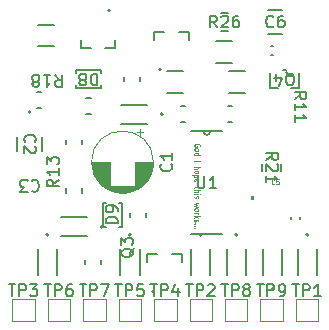
<source format=gbr>
%TF.GenerationSoftware,KiCad,Pcbnew,7.0.11+dfsg-1build4*%
%TF.CreationDate,2024-07-18T16:06:06-06:00*%
%TF.ProjectId,doordinger,646f6f72-6469-46e6-9765-722e6b696361,2*%
%TF.SameCoordinates,Original*%
%TF.FileFunction,Legend,Top*%
%TF.FilePolarity,Positive*%
%FSLAX46Y46*%
G04 Gerber Fmt 4.6, Leading zero omitted, Abs format (unit mm)*
G04 Created by KiCad (PCBNEW 7.0.11+dfsg-1build4) date 2024-07-18 16:06:06*
%MOMM*%
%LPD*%
G01*
G04 APERTURE LIST*
%ADD10C,0.100000*%
%ADD11C,0.150000*%
%ADD12C,0.098425*%
%ADD13C,0.120000*%
%ADD14C,0.127000*%
%ADD15C,0.152400*%
%ADD16C,0.200000*%
G04 APERTURE END LIST*
D10*
X230588580Y-148549550D02*
X230612390Y-148511455D01*
X230612390Y-148511455D02*
X230612390Y-148454312D01*
X230612390Y-148454312D02*
X230588580Y-148397169D01*
X230588580Y-148397169D02*
X230540961Y-148359074D01*
X230540961Y-148359074D02*
X230493342Y-148340027D01*
X230493342Y-148340027D02*
X230398104Y-148320979D01*
X230398104Y-148320979D02*
X230326676Y-148320979D01*
X230326676Y-148320979D02*
X230231438Y-148340027D01*
X230231438Y-148340027D02*
X230183819Y-148359074D01*
X230183819Y-148359074D02*
X230136200Y-148397169D01*
X230136200Y-148397169D02*
X230112390Y-148454312D01*
X230112390Y-148454312D02*
X230112390Y-148492408D01*
X230112390Y-148492408D02*
X230136200Y-148549550D01*
X230136200Y-148549550D02*
X230160009Y-148568598D01*
X230160009Y-148568598D02*
X230326676Y-148568598D01*
X230326676Y-148568598D02*
X230326676Y-148492408D01*
X230112390Y-148797169D02*
X230136200Y-148759074D01*
X230136200Y-148759074D02*
X230160009Y-148740027D01*
X230160009Y-148740027D02*
X230207628Y-148720979D01*
X230207628Y-148720979D02*
X230350485Y-148720979D01*
X230350485Y-148720979D02*
X230398104Y-148740027D01*
X230398104Y-148740027D02*
X230421914Y-148759074D01*
X230421914Y-148759074D02*
X230445723Y-148797169D01*
X230445723Y-148797169D02*
X230445723Y-148854312D01*
X230445723Y-148854312D02*
X230421914Y-148892408D01*
X230421914Y-148892408D02*
X230398104Y-148911455D01*
X230398104Y-148911455D02*
X230350485Y-148930503D01*
X230350485Y-148930503D02*
X230207628Y-148930503D01*
X230207628Y-148930503D02*
X230160009Y-148911455D01*
X230160009Y-148911455D02*
X230136200Y-148892408D01*
X230136200Y-148892408D02*
X230112390Y-148854312D01*
X230112390Y-148854312D02*
X230112390Y-148797169D01*
X230112390Y-149273360D02*
X230612390Y-149273360D01*
X230136200Y-149273360D02*
X230112390Y-149235265D01*
X230112390Y-149235265D02*
X230112390Y-149159074D01*
X230112390Y-149159074D02*
X230136200Y-149120979D01*
X230136200Y-149120979D02*
X230160009Y-149101932D01*
X230160009Y-149101932D02*
X230207628Y-149082884D01*
X230207628Y-149082884D02*
X230350485Y-149082884D01*
X230350485Y-149082884D02*
X230398104Y-149101932D01*
X230398104Y-149101932D02*
X230421914Y-149120979D01*
X230421914Y-149120979D02*
X230445723Y-149159074D01*
X230445723Y-149159074D02*
X230445723Y-149235265D01*
X230445723Y-149235265D02*
X230421914Y-149273360D01*
X230112390Y-149768599D02*
X230612390Y-149768599D01*
X230112390Y-150263837D02*
X230612390Y-150263837D01*
X230112390Y-150435265D02*
X230374295Y-150435265D01*
X230374295Y-150435265D02*
X230421914Y-150416218D01*
X230421914Y-150416218D02*
X230445723Y-150378122D01*
X230445723Y-150378122D02*
X230445723Y-150320979D01*
X230445723Y-150320979D02*
X230421914Y-150282884D01*
X230421914Y-150282884D02*
X230398104Y-150263837D01*
X230112390Y-150682884D02*
X230136200Y-150644789D01*
X230136200Y-150644789D02*
X230160009Y-150625742D01*
X230160009Y-150625742D02*
X230207628Y-150606694D01*
X230207628Y-150606694D02*
X230350485Y-150606694D01*
X230350485Y-150606694D02*
X230398104Y-150625742D01*
X230398104Y-150625742D02*
X230421914Y-150644789D01*
X230421914Y-150644789D02*
X230445723Y-150682884D01*
X230445723Y-150682884D02*
X230445723Y-150740027D01*
X230445723Y-150740027D02*
X230421914Y-150778123D01*
X230421914Y-150778123D02*
X230398104Y-150797170D01*
X230398104Y-150797170D02*
X230350485Y-150816218D01*
X230350485Y-150816218D02*
X230207628Y-150816218D01*
X230207628Y-150816218D02*
X230160009Y-150797170D01*
X230160009Y-150797170D02*
X230136200Y-150778123D01*
X230136200Y-150778123D02*
X230112390Y-150740027D01*
X230112390Y-150740027D02*
X230112390Y-150682884D01*
X230445723Y-150987647D02*
X229945723Y-150987647D01*
X230421914Y-150987647D02*
X230445723Y-151025742D01*
X230445723Y-151025742D02*
X230445723Y-151101932D01*
X230445723Y-151101932D02*
X230421914Y-151140028D01*
X230421914Y-151140028D02*
X230398104Y-151159075D01*
X230398104Y-151159075D02*
X230350485Y-151178123D01*
X230350485Y-151178123D02*
X230207628Y-151178123D01*
X230207628Y-151178123D02*
X230160009Y-151159075D01*
X230160009Y-151159075D02*
X230136200Y-151140028D01*
X230136200Y-151140028D02*
X230112390Y-151101932D01*
X230112390Y-151101932D02*
X230112390Y-151025742D01*
X230112390Y-151025742D02*
X230136200Y-150987647D01*
X230136200Y-151501933D02*
X230112390Y-151463837D01*
X230112390Y-151463837D02*
X230112390Y-151387647D01*
X230112390Y-151387647D02*
X230136200Y-151349552D01*
X230136200Y-151349552D02*
X230183819Y-151330504D01*
X230183819Y-151330504D02*
X230374295Y-151330504D01*
X230374295Y-151330504D02*
X230421914Y-151349552D01*
X230421914Y-151349552D02*
X230445723Y-151387647D01*
X230445723Y-151387647D02*
X230445723Y-151463837D01*
X230445723Y-151463837D02*
X230421914Y-151501933D01*
X230421914Y-151501933D02*
X230374295Y-151520980D01*
X230374295Y-151520980D02*
X230326676Y-151520980D01*
X230326676Y-151520980D02*
X230279057Y-151330504D01*
X230445723Y-151940028D02*
X230445723Y-152092409D01*
X230612390Y-151997171D02*
X230183819Y-151997171D01*
X230183819Y-151997171D02*
X230136200Y-152016218D01*
X230136200Y-152016218D02*
X230112390Y-152054313D01*
X230112390Y-152054313D02*
X230112390Y-152092409D01*
X230112390Y-152225742D02*
X230612390Y-152225742D01*
X230112390Y-152397170D02*
X230374295Y-152397170D01*
X230374295Y-152397170D02*
X230421914Y-152378123D01*
X230421914Y-152378123D02*
X230445723Y-152340027D01*
X230445723Y-152340027D02*
X230445723Y-152282884D01*
X230445723Y-152282884D02*
X230421914Y-152244789D01*
X230421914Y-152244789D02*
X230398104Y-152225742D01*
X230112390Y-152587647D02*
X230445723Y-152587647D01*
X230612390Y-152587647D02*
X230588580Y-152568599D01*
X230588580Y-152568599D02*
X230564771Y-152587647D01*
X230564771Y-152587647D02*
X230588580Y-152606694D01*
X230588580Y-152606694D02*
X230612390Y-152587647D01*
X230612390Y-152587647D02*
X230564771Y-152587647D01*
X230136200Y-152759075D02*
X230112390Y-152797170D01*
X230112390Y-152797170D02*
X230112390Y-152873361D01*
X230112390Y-152873361D02*
X230136200Y-152911456D01*
X230136200Y-152911456D02*
X230183819Y-152930504D01*
X230183819Y-152930504D02*
X230207628Y-152930504D01*
X230207628Y-152930504D02*
X230255247Y-152911456D01*
X230255247Y-152911456D02*
X230279057Y-152873361D01*
X230279057Y-152873361D02*
X230279057Y-152816218D01*
X230279057Y-152816218D02*
X230302866Y-152778123D01*
X230302866Y-152778123D02*
X230350485Y-152759075D01*
X230350485Y-152759075D02*
X230374295Y-152759075D01*
X230374295Y-152759075D02*
X230421914Y-152778123D01*
X230421914Y-152778123D02*
X230445723Y-152816218D01*
X230445723Y-152816218D02*
X230445723Y-152873361D01*
X230445723Y-152873361D02*
X230421914Y-152911456D01*
X230445723Y-153368599D02*
X230112390Y-153444790D01*
X230112390Y-153444790D02*
X230350485Y-153520980D01*
X230350485Y-153520980D02*
X230112390Y-153597171D01*
X230112390Y-153597171D02*
X230445723Y-153673361D01*
X230112390Y-153882885D02*
X230136200Y-153844790D01*
X230136200Y-153844790D02*
X230160009Y-153825743D01*
X230160009Y-153825743D02*
X230207628Y-153806695D01*
X230207628Y-153806695D02*
X230350485Y-153806695D01*
X230350485Y-153806695D02*
X230398104Y-153825743D01*
X230398104Y-153825743D02*
X230421914Y-153844790D01*
X230421914Y-153844790D02*
X230445723Y-153882885D01*
X230445723Y-153882885D02*
X230445723Y-153940028D01*
X230445723Y-153940028D02*
X230421914Y-153978124D01*
X230421914Y-153978124D02*
X230398104Y-153997171D01*
X230398104Y-153997171D02*
X230350485Y-154016219D01*
X230350485Y-154016219D02*
X230207628Y-154016219D01*
X230207628Y-154016219D02*
X230160009Y-153997171D01*
X230160009Y-153997171D02*
X230136200Y-153978124D01*
X230136200Y-153978124D02*
X230112390Y-153940028D01*
X230112390Y-153940028D02*
X230112390Y-153882885D01*
X230112390Y-154187648D02*
X230445723Y-154187648D01*
X230350485Y-154187648D02*
X230398104Y-154206695D01*
X230398104Y-154206695D02*
X230421914Y-154225743D01*
X230421914Y-154225743D02*
X230445723Y-154263838D01*
X230445723Y-154263838D02*
X230445723Y-154301933D01*
X230112390Y-154435267D02*
X230612390Y-154435267D01*
X230302866Y-154473362D02*
X230112390Y-154587648D01*
X230445723Y-154587648D02*
X230255247Y-154435267D01*
X230136200Y-154740029D02*
X230112390Y-154778124D01*
X230112390Y-154778124D02*
X230112390Y-154854315D01*
X230112390Y-154854315D02*
X230136200Y-154892410D01*
X230136200Y-154892410D02*
X230183819Y-154911458D01*
X230183819Y-154911458D02*
X230207628Y-154911458D01*
X230207628Y-154911458D02*
X230255247Y-154892410D01*
X230255247Y-154892410D02*
X230279057Y-154854315D01*
X230279057Y-154854315D02*
X230279057Y-154797172D01*
X230279057Y-154797172D02*
X230302866Y-154759077D01*
X230302866Y-154759077D02*
X230350485Y-154740029D01*
X230350485Y-154740029D02*
X230374295Y-154740029D01*
X230374295Y-154740029D02*
X230421914Y-154759077D01*
X230421914Y-154759077D02*
X230445723Y-154797172D01*
X230445723Y-154797172D02*
X230445723Y-154854315D01*
X230445723Y-154854315D02*
X230421914Y-154892410D01*
X230160009Y-155082887D02*
X230136200Y-155101934D01*
X230136200Y-155101934D02*
X230112390Y-155082887D01*
X230112390Y-155082887D02*
X230136200Y-155063839D01*
X230136200Y-155063839D02*
X230160009Y-155082887D01*
X230160009Y-155082887D02*
X230112390Y-155082887D01*
X230160009Y-155273363D02*
X230136200Y-155292410D01*
X230136200Y-155292410D02*
X230112390Y-155273363D01*
X230112390Y-155273363D02*
X230136200Y-155254315D01*
X230136200Y-155254315D02*
X230160009Y-155273363D01*
X230160009Y-155273363D02*
X230112390Y-155273363D01*
X230160009Y-155463839D02*
X230136200Y-155482886D01*
X230136200Y-155482886D02*
X230112390Y-155463839D01*
X230112390Y-155463839D02*
X230136200Y-155444791D01*
X230136200Y-155444791D02*
X230160009Y-155463839D01*
X230160009Y-155463839D02*
X230112390Y-155463839D01*
D11*
X228137580Y-150042666D02*
X228185200Y-150090285D01*
X228185200Y-150090285D02*
X228232819Y-150233142D01*
X228232819Y-150233142D02*
X228232819Y-150328380D01*
X228232819Y-150328380D02*
X228185200Y-150471237D01*
X228185200Y-150471237D02*
X228089961Y-150566475D01*
X228089961Y-150566475D02*
X227994723Y-150614094D01*
X227994723Y-150614094D02*
X227804247Y-150661713D01*
X227804247Y-150661713D02*
X227661390Y-150661713D01*
X227661390Y-150661713D02*
X227470914Y-150614094D01*
X227470914Y-150614094D02*
X227375676Y-150566475D01*
X227375676Y-150566475D02*
X227280438Y-150471237D01*
X227280438Y-150471237D02*
X227232819Y-150328380D01*
X227232819Y-150328380D02*
X227232819Y-150233142D01*
X227232819Y-150233142D02*
X227280438Y-150090285D01*
X227280438Y-150090285D02*
X227328057Y-150042666D01*
X228232819Y-149090285D02*
X228232819Y-149661713D01*
X228232819Y-149375999D02*
X227232819Y-149375999D01*
X227232819Y-149375999D02*
X227375676Y-149471237D01*
X227375676Y-149471237D02*
X227470914Y-149566475D01*
X227470914Y-149566475D02*
X227518533Y-149661713D01*
D12*
X236897383Y-151698519D02*
X236878635Y-151717267D01*
X236878635Y-151717267D02*
X236822392Y-151736014D01*
X236822392Y-151736014D02*
X236784897Y-151736014D01*
X236784897Y-151736014D02*
X236728654Y-151717267D01*
X236728654Y-151717267D02*
X236691159Y-151679771D01*
X236691159Y-151679771D02*
X236672411Y-151642276D01*
X236672411Y-151642276D02*
X236653663Y-151567285D01*
X236653663Y-151567285D02*
X236653663Y-151511042D01*
X236653663Y-151511042D02*
X236672411Y-151436052D01*
X236672411Y-151436052D02*
X236691159Y-151398556D01*
X236691159Y-151398556D02*
X236728654Y-151361061D01*
X236728654Y-151361061D02*
X236784897Y-151342313D01*
X236784897Y-151342313D02*
X236822392Y-151342313D01*
X236822392Y-151342313D02*
X236878635Y-151361061D01*
X236878635Y-151361061D02*
X236897383Y-151379809D01*
X237253589Y-151342313D02*
X237066112Y-151342313D01*
X237066112Y-151342313D02*
X237047364Y-151529790D01*
X237047364Y-151529790D02*
X237066112Y-151511042D01*
X237066112Y-151511042D02*
X237103607Y-151492295D01*
X237103607Y-151492295D02*
X237197346Y-151492295D01*
X237197346Y-151492295D02*
X237234841Y-151511042D01*
X237234841Y-151511042D02*
X237253589Y-151529790D01*
X237253589Y-151529790D02*
X237272336Y-151567285D01*
X237272336Y-151567285D02*
X237272336Y-151661024D01*
X237272336Y-151661024D02*
X237253589Y-151698519D01*
X237253589Y-151698519D02*
X237234841Y-151717267D01*
X237234841Y-151717267D02*
X237197346Y-151736014D01*
X237197346Y-151736014D02*
X237103607Y-151736014D01*
X237103607Y-151736014D02*
X237066112Y-151717267D01*
X237066112Y-151717267D02*
X237047364Y-151698519D01*
D11*
X230401095Y-151093819D02*
X230401095Y-151903342D01*
X230401095Y-151903342D02*
X230448714Y-151998580D01*
X230448714Y-151998580D02*
X230496333Y-152046200D01*
X230496333Y-152046200D02*
X230591571Y-152093819D01*
X230591571Y-152093819D02*
X230782047Y-152093819D01*
X230782047Y-152093819D02*
X230877285Y-152046200D01*
X230877285Y-152046200D02*
X230924904Y-151998580D01*
X230924904Y-151998580D02*
X230972523Y-151903342D01*
X230972523Y-151903342D02*
X230972523Y-151093819D01*
X231972523Y-152093819D02*
X231401095Y-152093819D01*
X231686809Y-152093819D02*
X231686809Y-151093819D01*
X231686809Y-151093819D02*
X231591571Y-151236676D01*
X231591571Y-151236676D02*
X231496333Y-151331914D01*
X231496333Y-151331914D02*
X231401095Y-151379533D01*
X235401095Y-160225819D02*
X235972523Y-160225819D01*
X235686809Y-161225819D02*
X235686809Y-160225819D01*
X236305857Y-161225819D02*
X236305857Y-160225819D01*
X236305857Y-160225819D02*
X236686809Y-160225819D01*
X236686809Y-160225819D02*
X236782047Y-160273438D01*
X236782047Y-160273438D02*
X236829666Y-160321057D01*
X236829666Y-160321057D02*
X236877285Y-160416295D01*
X236877285Y-160416295D02*
X236877285Y-160559152D01*
X236877285Y-160559152D02*
X236829666Y-160654390D01*
X236829666Y-160654390D02*
X236782047Y-160702009D01*
X236782047Y-160702009D02*
X236686809Y-160749628D01*
X236686809Y-160749628D02*
X236305857Y-160749628D01*
X237353476Y-161225819D02*
X237543952Y-161225819D01*
X237543952Y-161225819D02*
X237639190Y-161178200D01*
X237639190Y-161178200D02*
X237686809Y-161130580D01*
X237686809Y-161130580D02*
X237782047Y-160987723D01*
X237782047Y-160987723D02*
X237829666Y-160797247D01*
X237829666Y-160797247D02*
X237829666Y-160416295D01*
X237829666Y-160416295D02*
X237782047Y-160321057D01*
X237782047Y-160321057D02*
X237734428Y-160273438D01*
X237734428Y-160273438D02*
X237639190Y-160225819D01*
X237639190Y-160225819D02*
X237448714Y-160225819D01*
X237448714Y-160225819D02*
X237353476Y-160273438D01*
X237353476Y-160273438D02*
X237305857Y-160321057D01*
X237305857Y-160321057D02*
X237258238Y-160416295D01*
X237258238Y-160416295D02*
X237258238Y-160654390D01*
X237258238Y-160654390D02*
X237305857Y-160749628D01*
X237305857Y-160749628D02*
X237353476Y-160797247D01*
X237353476Y-160797247D02*
X237448714Y-160844866D01*
X237448714Y-160844866D02*
X237639190Y-160844866D01*
X237639190Y-160844866D02*
X237734428Y-160797247D01*
X237734428Y-160797247D02*
X237782047Y-160749628D01*
X237782047Y-160749628D02*
X237829666Y-160654390D01*
X223617819Y-155076594D02*
X222617819Y-155076594D01*
X222617819Y-155076594D02*
X222617819Y-154838499D01*
X222617819Y-154838499D02*
X222665438Y-154695642D01*
X222665438Y-154695642D02*
X222760676Y-154600404D01*
X222760676Y-154600404D02*
X222855914Y-154552785D01*
X222855914Y-154552785D02*
X223046390Y-154505166D01*
X223046390Y-154505166D02*
X223189247Y-154505166D01*
X223189247Y-154505166D02*
X223379723Y-154552785D01*
X223379723Y-154552785D02*
X223474961Y-154600404D01*
X223474961Y-154600404D02*
X223570200Y-154695642D01*
X223570200Y-154695642D02*
X223617819Y-154838499D01*
X223617819Y-154838499D02*
X223617819Y-155076594D01*
X223617819Y-154028975D02*
X223617819Y-153838499D01*
X223617819Y-153838499D02*
X223570200Y-153743261D01*
X223570200Y-153743261D02*
X223522580Y-153695642D01*
X223522580Y-153695642D02*
X223379723Y-153600404D01*
X223379723Y-153600404D02*
X223189247Y-153552785D01*
X223189247Y-153552785D02*
X222808295Y-153552785D01*
X222808295Y-153552785D02*
X222713057Y-153600404D01*
X222713057Y-153600404D02*
X222665438Y-153648023D01*
X222665438Y-153648023D02*
X222617819Y-153743261D01*
X222617819Y-153743261D02*
X222617819Y-153933737D01*
X222617819Y-153933737D02*
X222665438Y-154028975D01*
X222665438Y-154028975D02*
X222713057Y-154076594D01*
X222713057Y-154076594D02*
X222808295Y-154124213D01*
X222808295Y-154124213D02*
X223046390Y-154124213D01*
X223046390Y-154124213D02*
X223141628Y-154076594D01*
X223141628Y-154076594D02*
X223189247Y-154028975D01*
X223189247Y-154028975D02*
X223236866Y-153933737D01*
X223236866Y-153933737D02*
X223236866Y-153743261D01*
X223236866Y-153743261D02*
X223189247Y-153648023D01*
X223189247Y-153648023D02*
X223141628Y-153600404D01*
X223141628Y-153600404D02*
X223046390Y-153552785D01*
X216329666Y-151479419D02*
X216377285Y-151431800D01*
X216377285Y-151431800D02*
X216520142Y-151384180D01*
X216520142Y-151384180D02*
X216615380Y-151384180D01*
X216615380Y-151384180D02*
X216758237Y-151431800D01*
X216758237Y-151431800D02*
X216853475Y-151527038D01*
X216853475Y-151527038D02*
X216901094Y-151622276D01*
X216901094Y-151622276D02*
X216948713Y-151812752D01*
X216948713Y-151812752D02*
X216948713Y-151955609D01*
X216948713Y-151955609D02*
X216901094Y-152146085D01*
X216901094Y-152146085D02*
X216853475Y-152241323D01*
X216853475Y-152241323D02*
X216758237Y-152336561D01*
X216758237Y-152336561D02*
X216615380Y-152384180D01*
X216615380Y-152384180D02*
X216520142Y-152384180D01*
X216520142Y-152384180D02*
X216377285Y-152336561D01*
X216377285Y-152336561D02*
X216329666Y-152288942D01*
X215996332Y-152384180D02*
X215377285Y-152384180D01*
X215377285Y-152384180D02*
X215710618Y-152003228D01*
X215710618Y-152003228D02*
X215567761Y-152003228D01*
X215567761Y-152003228D02*
X215472523Y-151955609D01*
X215472523Y-151955609D02*
X215424904Y-151907990D01*
X215424904Y-151907990D02*
X215377285Y-151812752D01*
X215377285Y-151812752D02*
X215377285Y-151574657D01*
X215377285Y-151574657D02*
X215424904Y-151479419D01*
X215424904Y-151479419D02*
X215472523Y-151431800D01*
X215472523Y-151431800D02*
X215567761Y-151384180D01*
X215567761Y-151384180D02*
X215853475Y-151384180D01*
X215853475Y-151384180D02*
X215948713Y-151431800D01*
X215948713Y-151431800D02*
X215996332Y-151479419D01*
X221901094Y-142384180D02*
X221901094Y-143384180D01*
X221901094Y-143384180D02*
X221662999Y-143384180D01*
X221662999Y-143384180D02*
X221520142Y-143336561D01*
X221520142Y-143336561D02*
X221424904Y-143241323D01*
X221424904Y-143241323D02*
X221377285Y-143146085D01*
X221377285Y-143146085D02*
X221329666Y-142955609D01*
X221329666Y-142955609D02*
X221329666Y-142812752D01*
X221329666Y-142812752D02*
X221377285Y-142622276D01*
X221377285Y-142622276D02*
X221424904Y-142527038D01*
X221424904Y-142527038D02*
X221520142Y-142431800D01*
X221520142Y-142431800D02*
X221662999Y-142384180D01*
X221662999Y-142384180D02*
X221901094Y-142384180D01*
X220758237Y-142955609D02*
X220853475Y-143003228D01*
X220853475Y-143003228D02*
X220901094Y-143050847D01*
X220901094Y-143050847D02*
X220948713Y-143146085D01*
X220948713Y-143146085D02*
X220948713Y-143193704D01*
X220948713Y-143193704D02*
X220901094Y-143288942D01*
X220901094Y-143288942D02*
X220853475Y-143336561D01*
X220853475Y-143336561D02*
X220758237Y-143384180D01*
X220758237Y-143384180D02*
X220567761Y-143384180D01*
X220567761Y-143384180D02*
X220472523Y-143336561D01*
X220472523Y-143336561D02*
X220424904Y-143288942D01*
X220424904Y-143288942D02*
X220377285Y-143193704D01*
X220377285Y-143193704D02*
X220377285Y-143146085D01*
X220377285Y-143146085D02*
X220424904Y-143050847D01*
X220424904Y-143050847D02*
X220472523Y-143003228D01*
X220472523Y-143003228D02*
X220567761Y-142955609D01*
X220567761Y-142955609D02*
X220758237Y-142955609D01*
X220758237Y-142955609D02*
X220853475Y-142907990D01*
X220853475Y-142907990D02*
X220901094Y-142860371D01*
X220901094Y-142860371D02*
X220948713Y-142765133D01*
X220948713Y-142765133D02*
X220948713Y-142574657D01*
X220948713Y-142574657D02*
X220901094Y-142479419D01*
X220901094Y-142479419D02*
X220853475Y-142431800D01*
X220853475Y-142431800D02*
X220758237Y-142384180D01*
X220758237Y-142384180D02*
X220567761Y-142384180D01*
X220567761Y-142384180D02*
X220472523Y-142431800D01*
X220472523Y-142431800D02*
X220424904Y-142479419D01*
X220424904Y-142479419D02*
X220377285Y-142574657D01*
X220377285Y-142574657D02*
X220377285Y-142765133D01*
X220377285Y-142765133D02*
X220424904Y-142860371D01*
X220424904Y-142860371D02*
X220472523Y-142907990D01*
X220472523Y-142907990D02*
X220567761Y-142955609D01*
X223401095Y-160225819D02*
X223972523Y-160225819D01*
X223686809Y-161225819D02*
X223686809Y-160225819D01*
X224305857Y-161225819D02*
X224305857Y-160225819D01*
X224305857Y-160225819D02*
X224686809Y-160225819D01*
X224686809Y-160225819D02*
X224782047Y-160273438D01*
X224782047Y-160273438D02*
X224829666Y-160321057D01*
X224829666Y-160321057D02*
X224877285Y-160416295D01*
X224877285Y-160416295D02*
X224877285Y-160559152D01*
X224877285Y-160559152D02*
X224829666Y-160654390D01*
X224829666Y-160654390D02*
X224782047Y-160702009D01*
X224782047Y-160702009D02*
X224686809Y-160749628D01*
X224686809Y-160749628D02*
X224305857Y-160749628D01*
X225782047Y-160225819D02*
X225305857Y-160225819D01*
X225305857Y-160225819D02*
X225258238Y-160702009D01*
X225258238Y-160702009D02*
X225305857Y-160654390D01*
X225305857Y-160654390D02*
X225401095Y-160606771D01*
X225401095Y-160606771D02*
X225639190Y-160606771D01*
X225639190Y-160606771D02*
X225734428Y-160654390D01*
X225734428Y-160654390D02*
X225782047Y-160702009D01*
X225782047Y-160702009D02*
X225829666Y-160797247D01*
X225829666Y-160797247D02*
X225829666Y-161035342D01*
X225829666Y-161035342D02*
X225782047Y-161130580D01*
X225782047Y-161130580D02*
X225734428Y-161178200D01*
X225734428Y-161178200D02*
X225639190Y-161225819D01*
X225639190Y-161225819D02*
X225401095Y-161225819D01*
X225401095Y-161225819D02*
X225305857Y-161178200D01*
X225305857Y-161178200D02*
X225258238Y-161130580D01*
X217401095Y-160225819D02*
X217972523Y-160225819D01*
X217686809Y-161225819D02*
X217686809Y-160225819D01*
X218305857Y-161225819D02*
X218305857Y-160225819D01*
X218305857Y-160225819D02*
X218686809Y-160225819D01*
X218686809Y-160225819D02*
X218782047Y-160273438D01*
X218782047Y-160273438D02*
X218829666Y-160321057D01*
X218829666Y-160321057D02*
X218877285Y-160416295D01*
X218877285Y-160416295D02*
X218877285Y-160559152D01*
X218877285Y-160559152D02*
X218829666Y-160654390D01*
X218829666Y-160654390D02*
X218782047Y-160702009D01*
X218782047Y-160702009D02*
X218686809Y-160749628D01*
X218686809Y-160749628D02*
X218305857Y-160749628D01*
X219734428Y-160225819D02*
X219543952Y-160225819D01*
X219543952Y-160225819D02*
X219448714Y-160273438D01*
X219448714Y-160273438D02*
X219401095Y-160321057D01*
X219401095Y-160321057D02*
X219305857Y-160463914D01*
X219305857Y-160463914D02*
X219258238Y-160654390D01*
X219258238Y-160654390D02*
X219258238Y-161035342D01*
X219258238Y-161035342D02*
X219305857Y-161130580D01*
X219305857Y-161130580D02*
X219353476Y-161178200D01*
X219353476Y-161178200D02*
X219448714Y-161225819D01*
X219448714Y-161225819D02*
X219639190Y-161225819D01*
X219639190Y-161225819D02*
X219734428Y-161178200D01*
X219734428Y-161178200D02*
X219782047Y-161130580D01*
X219782047Y-161130580D02*
X219829666Y-161035342D01*
X219829666Y-161035342D02*
X219829666Y-160797247D01*
X219829666Y-160797247D02*
X219782047Y-160702009D01*
X219782047Y-160702009D02*
X219734428Y-160654390D01*
X219734428Y-160654390D02*
X219639190Y-160606771D01*
X219639190Y-160606771D02*
X219448714Y-160606771D01*
X219448714Y-160606771D02*
X219353476Y-160654390D01*
X219353476Y-160654390D02*
X219305857Y-160702009D01*
X219305857Y-160702009D02*
X219258238Y-160797247D01*
X238608180Y-144546142D02*
X239084371Y-144212809D01*
X238608180Y-143974714D02*
X239608180Y-143974714D01*
X239608180Y-143974714D02*
X239608180Y-144355666D01*
X239608180Y-144355666D02*
X239560561Y-144450904D01*
X239560561Y-144450904D02*
X239512942Y-144498523D01*
X239512942Y-144498523D02*
X239417704Y-144546142D01*
X239417704Y-144546142D02*
X239274847Y-144546142D01*
X239274847Y-144546142D02*
X239179609Y-144498523D01*
X239179609Y-144498523D02*
X239131990Y-144450904D01*
X239131990Y-144450904D02*
X239084371Y-144355666D01*
X239084371Y-144355666D02*
X239084371Y-143974714D01*
X238608180Y-145498523D02*
X238608180Y-144927095D01*
X238608180Y-145212809D02*
X239608180Y-145212809D01*
X239608180Y-145212809D02*
X239465323Y-145117571D01*
X239465323Y-145117571D02*
X239370085Y-145022333D01*
X239370085Y-145022333D02*
X239322466Y-144927095D01*
X238608180Y-146450904D02*
X238608180Y-145879476D01*
X238608180Y-146165190D02*
X239608180Y-146165190D01*
X239608180Y-146165190D02*
X239465323Y-146069952D01*
X239465323Y-146069952D02*
X239370085Y-145974714D01*
X239370085Y-145974714D02*
X239322466Y-145879476D01*
X236796333Y-138378580D02*
X236748714Y-138426200D01*
X236748714Y-138426200D02*
X236605857Y-138473819D01*
X236605857Y-138473819D02*
X236510619Y-138473819D01*
X236510619Y-138473819D02*
X236367762Y-138426200D01*
X236367762Y-138426200D02*
X236272524Y-138330961D01*
X236272524Y-138330961D02*
X236224905Y-138235723D01*
X236224905Y-138235723D02*
X236177286Y-138045247D01*
X236177286Y-138045247D02*
X236177286Y-137902390D01*
X236177286Y-137902390D02*
X236224905Y-137711914D01*
X236224905Y-137711914D02*
X236272524Y-137616676D01*
X236272524Y-137616676D02*
X236367762Y-137521438D01*
X236367762Y-137521438D02*
X236510619Y-137473819D01*
X236510619Y-137473819D02*
X236605857Y-137473819D01*
X236605857Y-137473819D02*
X236748714Y-137521438D01*
X236748714Y-137521438D02*
X236796333Y-137569057D01*
X237653476Y-137473819D02*
X237463000Y-137473819D01*
X237463000Y-137473819D02*
X237367762Y-137521438D01*
X237367762Y-137521438D02*
X237320143Y-137569057D01*
X237320143Y-137569057D02*
X237224905Y-137711914D01*
X237224905Y-137711914D02*
X237177286Y-137902390D01*
X237177286Y-137902390D02*
X237177286Y-138283342D01*
X237177286Y-138283342D02*
X237224905Y-138378580D01*
X237224905Y-138378580D02*
X237272524Y-138426200D01*
X237272524Y-138426200D02*
X237367762Y-138473819D01*
X237367762Y-138473819D02*
X237558238Y-138473819D01*
X237558238Y-138473819D02*
X237653476Y-138426200D01*
X237653476Y-138426200D02*
X237701095Y-138378580D01*
X237701095Y-138378580D02*
X237748714Y-138283342D01*
X237748714Y-138283342D02*
X237748714Y-138045247D01*
X237748714Y-138045247D02*
X237701095Y-137950009D01*
X237701095Y-137950009D02*
X237653476Y-137902390D01*
X237653476Y-137902390D02*
X237558238Y-137854771D01*
X237558238Y-137854771D02*
X237367762Y-137854771D01*
X237367762Y-137854771D02*
X237272524Y-137902390D01*
X237272524Y-137902390D02*
X237224905Y-137950009D01*
X237224905Y-137950009D02*
X237177286Y-138045247D01*
X224998057Y-157184238D02*
X224950438Y-157279476D01*
X224950438Y-157279476D02*
X224855200Y-157374714D01*
X224855200Y-157374714D02*
X224712342Y-157517571D01*
X224712342Y-157517571D02*
X224664723Y-157612809D01*
X224664723Y-157612809D02*
X224664723Y-157708047D01*
X224902819Y-157660428D02*
X224855200Y-157755666D01*
X224855200Y-157755666D02*
X224759961Y-157850904D01*
X224759961Y-157850904D02*
X224569485Y-157898523D01*
X224569485Y-157898523D02*
X224236152Y-157898523D01*
X224236152Y-157898523D02*
X224045676Y-157850904D01*
X224045676Y-157850904D02*
X223950438Y-157755666D01*
X223950438Y-157755666D02*
X223902819Y-157660428D01*
X223902819Y-157660428D02*
X223902819Y-157469952D01*
X223902819Y-157469952D02*
X223950438Y-157374714D01*
X223950438Y-157374714D02*
X224045676Y-157279476D01*
X224045676Y-157279476D02*
X224236152Y-157231857D01*
X224236152Y-157231857D02*
X224569485Y-157231857D01*
X224569485Y-157231857D02*
X224759961Y-157279476D01*
X224759961Y-157279476D02*
X224855200Y-157374714D01*
X224855200Y-157374714D02*
X224902819Y-157469952D01*
X224902819Y-157469952D02*
X224902819Y-157660428D01*
X223902819Y-156898523D02*
X223902819Y-156279476D01*
X223902819Y-156279476D02*
X224283771Y-156612809D01*
X224283771Y-156612809D02*
X224283771Y-156469952D01*
X224283771Y-156469952D02*
X224331390Y-156374714D01*
X224331390Y-156374714D02*
X224379009Y-156327095D01*
X224379009Y-156327095D02*
X224474247Y-156279476D01*
X224474247Y-156279476D02*
X224712342Y-156279476D01*
X224712342Y-156279476D02*
X224807580Y-156327095D01*
X224807580Y-156327095D02*
X224855200Y-156374714D01*
X224855200Y-156374714D02*
X224902819Y-156469952D01*
X224902819Y-156469952D02*
X224902819Y-156755666D01*
X224902819Y-156755666D02*
X224855200Y-156850904D01*
X224855200Y-156850904D02*
X224807580Y-156898523D01*
X237838238Y-142288942D02*
X237933476Y-142336561D01*
X237933476Y-142336561D02*
X238028714Y-142431800D01*
X238028714Y-142431800D02*
X238171571Y-142574657D01*
X238171571Y-142574657D02*
X238266809Y-142622276D01*
X238266809Y-142622276D02*
X238362047Y-142622276D01*
X238314428Y-142384180D02*
X238409666Y-142431800D01*
X238409666Y-142431800D02*
X238504904Y-142527038D01*
X238504904Y-142527038D02*
X238552523Y-142717514D01*
X238552523Y-142717514D02*
X238552523Y-143050847D01*
X238552523Y-143050847D02*
X238504904Y-143241323D01*
X238504904Y-143241323D02*
X238409666Y-143336561D01*
X238409666Y-143336561D02*
X238314428Y-143384180D01*
X238314428Y-143384180D02*
X238123952Y-143384180D01*
X238123952Y-143384180D02*
X238028714Y-143336561D01*
X238028714Y-143336561D02*
X237933476Y-143241323D01*
X237933476Y-143241323D02*
X237885857Y-143050847D01*
X237885857Y-143050847D02*
X237885857Y-142717514D01*
X237885857Y-142717514D02*
X237933476Y-142527038D01*
X237933476Y-142527038D02*
X238028714Y-142431800D01*
X238028714Y-142431800D02*
X238123952Y-142384180D01*
X238123952Y-142384180D02*
X238314428Y-142384180D01*
X237028714Y-143050847D02*
X237028714Y-142384180D01*
X237266809Y-143431800D02*
X237504904Y-142717514D01*
X237504904Y-142717514D02*
X236885857Y-142717514D01*
X232021142Y-138473819D02*
X231687809Y-137997628D01*
X231449714Y-138473819D02*
X231449714Y-137473819D01*
X231449714Y-137473819D02*
X231830666Y-137473819D01*
X231830666Y-137473819D02*
X231925904Y-137521438D01*
X231925904Y-137521438D02*
X231973523Y-137569057D01*
X231973523Y-137569057D02*
X232021142Y-137664295D01*
X232021142Y-137664295D02*
X232021142Y-137807152D01*
X232021142Y-137807152D02*
X231973523Y-137902390D01*
X231973523Y-137902390D02*
X231925904Y-137950009D01*
X231925904Y-137950009D02*
X231830666Y-137997628D01*
X231830666Y-137997628D02*
X231449714Y-137997628D01*
X232402095Y-137569057D02*
X232449714Y-137521438D01*
X232449714Y-137521438D02*
X232544952Y-137473819D01*
X232544952Y-137473819D02*
X232783047Y-137473819D01*
X232783047Y-137473819D02*
X232878285Y-137521438D01*
X232878285Y-137521438D02*
X232925904Y-137569057D01*
X232925904Y-137569057D02*
X232973523Y-137664295D01*
X232973523Y-137664295D02*
X232973523Y-137759533D01*
X232973523Y-137759533D02*
X232925904Y-137902390D01*
X232925904Y-137902390D02*
X232354476Y-138473819D01*
X232354476Y-138473819D02*
X232973523Y-138473819D01*
X233830666Y-137473819D02*
X233640190Y-137473819D01*
X233640190Y-137473819D02*
X233544952Y-137521438D01*
X233544952Y-137521438D02*
X233497333Y-137569057D01*
X233497333Y-137569057D02*
X233402095Y-137711914D01*
X233402095Y-137711914D02*
X233354476Y-137902390D01*
X233354476Y-137902390D02*
X233354476Y-138283342D01*
X233354476Y-138283342D02*
X233402095Y-138378580D01*
X233402095Y-138378580D02*
X233449714Y-138426200D01*
X233449714Y-138426200D02*
X233544952Y-138473819D01*
X233544952Y-138473819D02*
X233735428Y-138473819D01*
X233735428Y-138473819D02*
X233830666Y-138426200D01*
X233830666Y-138426200D02*
X233878285Y-138378580D01*
X233878285Y-138378580D02*
X233925904Y-138283342D01*
X233925904Y-138283342D02*
X233925904Y-138045247D01*
X233925904Y-138045247D02*
X233878285Y-137950009D01*
X233878285Y-137950009D02*
X233830666Y-137902390D01*
X233830666Y-137902390D02*
X233735428Y-137854771D01*
X233735428Y-137854771D02*
X233544952Y-137854771D01*
X233544952Y-137854771D02*
X233449714Y-137902390D01*
X233449714Y-137902390D02*
X233402095Y-137950009D01*
X233402095Y-137950009D02*
X233354476Y-138045247D01*
X220401095Y-160225819D02*
X220972523Y-160225819D01*
X220686809Y-161225819D02*
X220686809Y-160225819D01*
X221305857Y-161225819D02*
X221305857Y-160225819D01*
X221305857Y-160225819D02*
X221686809Y-160225819D01*
X221686809Y-160225819D02*
X221782047Y-160273438D01*
X221782047Y-160273438D02*
X221829666Y-160321057D01*
X221829666Y-160321057D02*
X221877285Y-160416295D01*
X221877285Y-160416295D02*
X221877285Y-160559152D01*
X221877285Y-160559152D02*
X221829666Y-160654390D01*
X221829666Y-160654390D02*
X221782047Y-160702009D01*
X221782047Y-160702009D02*
X221686809Y-160749628D01*
X221686809Y-160749628D02*
X221305857Y-160749628D01*
X222210619Y-160225819D02*
X222877285Y-160225819D01*
X222877285Y-160225819D02*
X222448714Y-161225819D01*
X236208180Y-149696142D02*
X236684371Y-149362809D01*
X236208180Y-149124714D02*
X237208180Y-149124714D01*
X237208180Y-149124714D02*
X237208180Y-149505666D01*
X237208180Y-149505666D02*
X237160561Y-149600904D01*
X237160561Y-149600904D02*
X237112942Y-149648523D01*
X237112942Y-149648523D02*
X237017704Y-149696142D01*
X237017704Y-149696142D02*
X236874847Y-149696142D01*
X236874847Y-149696142D02*
X236779609Y-149648523D01*
X236779609Y-149648523D02*
X236731990Y-149600904D01*
X236731990Y-149600904D02*
X236684371Y-149505666D01*
X236684371Y-149505666D02*
X236684371Y-149124714D01*
X237112942Y-150077095D02*
X237160561Y-150124714D01*
X237160561Y-150124714D02*
X237208180Y-150219952D01*
X237208180Y-150219952D02*
X237208180Y-150458047D01*
X237208180Y-150458047D02*
X237160561Y-150553285D01*
X237160561Y-150553285D02*
X237112942Y-150600904D01*
X237112942Y-150600904D02*
X237017704Y-150648523D01*
X237017704Y-150648523D02*
X236922466Y-150648523D01*
X236922466Y-150648523D02*
X236779609Y-150600904D01*
X236779609Y-150600904D02*
X236208180Y-150029476D01*
X236208180Y-150029476D02*
X236208180Y-150648523D01*
X236208180Y-151600904D02*
X236208180Y-151029476D01*
X236208180Y-151315190D02*
X237208180Y-151315190D01*
X237208180Y-151315190D02*
X237065323Y-151219952D01*
X237065323Y-151219952D02*
X236970085Y-151124714D01*
X236970085Y-151124714D02*
X236922466Y-151029476D01*
X238401095Y-160225819D02*
X238972523Y-160225819D01*
X238686809Y-161225819D02*
X238686809Y-160225819D01*
X239305857Y-161225819D02*
X239305857Y-160225819D01*
X239305857Y-160225819D02*
X239686809Y-160225819D01*
X239686809Y-160225819D02*
X239782047Y-160273438D01*
X239782047Y-160273438D02*
X239829666Y-160321057D01*
X239829666Y-160321057D02*
X239877285Y-160416295D01*
X239877285Y-160416295D02*
X239877285Y-160559152D01*
X239877285Y-160559152D02*
X239829666Y-160654390D01*
X239829666Y-160654390D02*
X239782047Y-160702009D01*
X239782047Y-160702009D02*
X239686809Y-160749628D01*
X239686809Y-160749628D02*
X239305857Y-160749628D01*
X240829666Y-161225819D02*
X240258238Y-161225819D01*
X240543952Y-161225819D02*
X240543952Y-160225819D01*
X240543952Y-160225819D02*
X240448714Y-160368676D01*
X240448714Y-160368676D02*
X240353476Y-160463914D01*
X240353476Y-160463914D02*
X240258238Y-160511533D01*
X214401095Y-160225819D02*
X214972523Y-160225819D01*
X214686809Y-161225819D02*
X214686809Y-160225819D01*
X215305857Y-161225819D02*
X215305857Y-160225819D01*
X215305857Y-160225819D02*
X215686809Y-160225819D01*
X215686809Y-160225819D02*
X215782047Y-160273438D01*
X215782047Y-160273438D02*
X215829666Y-160321057D01*
X215829666Y-160321057D02*
X215877285Y-160416295D01*
X215877285Y-160416295D02*
X215877285Y-160559152D01*
X215877285Y-160559152D02*
X215829666Y-160654390D01*
X215829666Y-160654390D02*
X215782047Y-160702009D01*
X215782047Y-160702009D02*
X215686809Y-160749628D01*
X215686809Y-160749628D02*
X215305857Y-160749628D01*
X216210619Y-160225819D02*
X216829666Y-160225819D01*
X216829666Y-160225819D02*
X216496333Y-160606771D01*
X216496333Y-160606771D02*
X216639190Y-160606771D01*
X216639190Y-160606771D02*
X216734428Y-160654390D01*
X216734428Y-160654390D02*
X216782047Y-160702009D01*
X216782047Y-160702009D02*
X216829666Y-160797247D01*
X216829666Y-160797247D02*
X216829666Y-161035342D01*
X216829666Y-161035342D02*
X216782047Y-161130580D01*
X216782047Y-161130580D02*
X216734428Y-161178200D01*
X216734428Y-161178200D02*
X216639190Y-161225819D01*
X216639190Y-161225819D02*
X216353476Y-161225819D01*
X216353476Y-161225819D02*
X216258238Y-161178200D01*
X216258238Y-161178200D02*
X216210619Y-161130580D01*
X215803419Y-148172333D02*
X215755800Y-148124714D01*
X215755800Y-148124714D02*
X215708180Y-147981857D01*
X215708180Y-147981857D02*
X215708180Y-147886619D01*
X215708180Y-147886619D02*
X215755800Y-147743762D01*
X215755800Y-147743762D02*
X215851038Y-147648524D01*
X215851038Y-147648524D02*
X215946276Y-147600905D01*
X215946276Y-147600905D02*
X216136752Y-147553286D01*
X216136752Y-147553286D02*
X216279609Y-147553286D01*
X216279609Y-147553286D02*
X216470085Y-147600905D01*
X216470085Y-147600905D02*
X216565323Y-147648524D01*
X216565323Y-147648524D02*
X216660561Y-147743762D01*
X216660561Y-147743762D02*
X216708180Y-147886619D01*
X216708180Y-147886619D02*
X216708180Y-147981857D01*
X216708180Y-147981857D02*
X216660561Y-148124714D01*
X216660561Y-148124714D02*
X216612942Y-148172333D01*
X216612942Y-148553286D02*
X216660561Y-148600905D01*
X216660561Y-148600905D02*
X216708180Y-148696143D01*
X216708180Y-148696143D02*
X216708180Y-148934238D01*
X216708180Y-148934238D02*
X216660561Y-149029476D01*
X216660561Y-149029476D02*
X216612942Y-149077095D01*
X216612942Y-149077095D02*
X216517704Y-149124714D01*
X216517704Y-149124714D02*
X216422466Y-149124714D01*
X216422466Y-149124714D02*
X216279609Y-149077095D01*
X216279609Y-149077095D02*
X215708180Y-148505667D01*
X215708180Y-148505667D02*
X215708180Y-149124714D01*
X218305857Y-142484180D02*
X218639190Y-142960371D01*
X218877285Y-142484180D02*
X218877285Y-143484180D01*
X218877285Y-143484180D02*
X218496333Y-143484180D01*
X218496333Y-143484180D02*
X218401095Y-143436561D01*
X218401095Y-143436561D02*
X218353476Y-143388942D01*
X218353476Y-143388942D02*
X218305857Y-143293704D01*
X218305857Y-143293704D02*
X218305857Y-143150847D01*
X218305857Y-143150847D02*
X218353476Y-143055609D01*
X218353476Y-143055609D02*
X218401095Y-143007990D01*
X218401095Y-143007990D02*
X218496333Y-142960371D01*
X218496333Y-142960371D02*
X218877285Y-142960371D01*
X217353476Y-142484180D02*
X217924904Y-142484180D01*
X217639190Y-142484180D02*
X217639190Y-143484180D01*
X217639190Y-143484180D02*
X217734428Y-143341323D01*
X217734428Y-143341323D02*
X217829666Y-143246085D01*
X217829666Y-143246085D02*
X217924904Y-143198466D01*
X216782047Y-143055609D02*
X216877285Y-143103228D01*
X216877285Y-143103228D02*
X216924904Y-143150847D01*
X216924904Y-143150847D02*
X216972523Y-143246085D01*
X216972523Y-143246085D02*
X216972523Y-143293704D01*
X216972523Y-143293704D02*
X216924904Y-143388942D01*
X216924904Y-143388942D02*
X216877285Y-143436561D01*
X216877285Y-143436561D02*
X216782047Y-143484180D01*
X216782047Y-143484180D02*
X216591571Y-143484180D01*
X216591571Y-143484180D02*
X216496333Y-143436561D01*
X216496333Y-143436561D02*
X216448714Y-143388942D01*
X216448714Y-143388942D02*
X216401095Y-143293704D01*
X216401095Y-143293704D02*
X216401095Y-143246085D01*
X216401095Y-143246085D02*
X216448714Y-143150847D01*
X216448714Y-143150847D02*
X216496333Y-143103228D01*
X216496333Y-143103228D02*
X216591571Y-143055609D01*
X216591571Y-143055609D02*
X216782047Y-143055609D01*
X216782047Y-143055609D02*
X216877285Y-143007990D01*
X216877285Y-143007990D02*
X216924904Y-142960371D01*
X216924904Y-142960371D02*
X216972523Y-142865133D01*
X216972523Y-142865133D02*
X216972523Y-142674657D01*
X216972523Y-142674657D02*
X216924904Y-142579419D01*
X216924904Y-142579419D02*
X216877285Y-142531800D01*
X216877285Y-142531800D02*
X216782047Y-142484180D01*
X216782047Y-142484180D02*
X216591571Y-142484180D01*
X216591571Y-142484180D02*
X216496333Y-142531800D01*
X216496333Y-142531800D02*
X216448714Y-142579419D01*
X216448714Y-142579419D02*
X216401095Y-142674657D01*
X216401095Y-142674657D02*
X216401095Y-142865133D01*
X216401095Y-142865133D02*
X216448714Y-142960371D01*
X216448714Y-142960371D02*
X216496333Y-143007990D01*
X216496333Y-143007990D02*
X216591571Y-143055609D01*
X226401095Y-160225819D02*
X226972523Y-160225819D01*
X226686809Y-161225819D02*
X226686809Y-160225819D01*
X227305857Y-161225819D02*
X227305857Y-160225819D01*
X227305857Y-160225819D02*
X227686809Y-160225819D01*
X227686809Y-160225819D02*
X227782047Y-160273438D01*
X227782047Y-160273438D02*
X227829666Y-160321057D01*
X227829666Y-160321057D02*
X227877285Y-160416295D01*
X227877285Y-160416295D02*
X227877285Y-160559152D01*
X227877285Y-160559152D02*
X227829666Y-160654390D01*
X227829666Y-160654390D02*
X227782047Y-160702009D01*
X227782047Y-160702009D02*
X227686809Y-160749628D01*
X227686809Y-160749628D02*
X227305857Y-160749628D01*
X228734428Y-160559152D02*
X228734428Y-161225819D01*
X228496333Y-160178200D02*
X228258238Y-160892485D01*
X228258238Y-160892485D02*
X228877285Y-160892485D01*
X229401095Y-160225819D02*
X229972523Y-160225819D01*
X229686809Y-161225819D02*
X229686809Y-160225819D01*
X230305857Y-161225819D02*
X230305857Y-160225819D01*
X230305857Y-160225819D02*
X230686809Y-160225819D01*
X230686809Y-160225819D02*
X230782047Y-160273438D01*
X230782047Y-160273438D02*
X230829666Y-160321057D01*
X230829666Y-160321057D02*
X230877285Y-160416295D01*
X230877285Y-160416295D02*
X230877285Y-160559152D01*
X230877285Y-160559152D02*
X230829666Y-160654390D01*
X230829666Y-160654390D02*
X230782047Y-160702009D01*
X230782047Y-160702009D02*
X230686809Y-160749628D01*
X230686809Y-160749628D02*
X230305857Y-160749628D01*
X231258238Y-160321057D02*
X231305857Y-160273438D01*
X231305857Y-160273438D02*
X231401095Y-160225819D01*
X231401095Y-160225819D02*
X231639190Y-160225819D01*
X231639190Y-160225819D02*
X231734428Y-160273438D01*
X231734428Y-160273438D02*
X231782047Y-160321057D01*
X231782047Y-160321057D02*
X231829666Y-160416295D01*
X231829666Y-160416295D02*
X231829666Y-160511533D01*
X231829666Y-160511533D02*
X231782047Y-160654390D01*
X231782047Y-160654390D02*
X231210619Y-161225819D01*
X231210619Y-161225819D02*
X231829666Y-161225819D01*
X232401095Y-160225819D02*
X232972523Y-160225819D01*
X232686809Y-161225819D02*
X232686809Y-160225819D01*
X233305857Y-161225819D02*
X233305857Y-160225819D01*
X233305857Y-160225819D02*
X233686809Y-160225819D01*
X233686809Y-160225819D02*
X233782047Y-160273438D01*
X233782047Y-160273438D02*
X233829666Y-160321057D01*
X233829666Y-160321057D02*
X233877285Y-160416295D01*
X233877285Y-160416295D02*
X233877285Y-160559152D01*
X233877285Y-160559152D02*
X233829666Y-160654390D01*
X233829666Y-160654390D02*
X233782047Y-160702009D01*
X233782047Y-160702009D02*
X233686809Y-160749628D01*
X233686809Y-160749628D02*
X233305857Y-160749628D01*
X234448714Y-160654390D02*
X234353476Y-160606771D01*
X234353476Y-160606771D02*
X234305857Y-160559152D01*
X234305857Y-160559152D02*
X234258238Y-160463914D01*
X234258238Y-160463914D02*
X234258238Y-160416295D01*
X234258238Y-160416295D02*
X234305857Y-160321057D01*
X234305857Y-160321057D02*
X234353476Y-160273438D01*
X234353476Y-160273438D02*
X234448714Y-160225819D01*
X234448714Y-160225819D02*
X234639190Y-160225819D01*
X234639190Y-160225819D02*
X234734428Y-160273438D01*
X234734428Y-160273438D02*
X234782047Y-160321057D01*
X234782047Y-160321057D02*
X234829666Y-160416295D01*
X234829666Y-160416295D02*
X234829666Y-160463914D01*
X234829666Y-160463914D02*
X234782047Y-160559152D01*
X234782047Y-160559152D02*
X234734428Y-160606771D01*
X234734428Y-160606771D02*
X234639190Y-160654390D01*
X234639190Y-160654390D02*
X234448714Y-160654390D01*
X234448714Y-160654390D02*
X234353476Y-160702009D01*
X234353476Y-160702009D02*
X234305857Y-160749628D01*
X234305857Y-160749628D02*
X234258238Y-160844866D01*
X234258238Y-160844866D02*
X234258238Y-161035342D01*
X234258238Y-161035342D02*
X234305857Y-161130580D01*
X234305857Y-161130580D02*
X234353476Y-161178200D01*
X234353476Y-161178200D02*
X234448714Y-161225819D01*
X234448714Y-161225819D02*
X234639190Y-161225819D01*
X234639190Y-161225819D02*
X234734428Y-161178200D01*
X234734428Y-161178200D02*
X234782047Y-161130580D01*
X234782047Y-161130580D02*
X234829666Y-161035342D01*
X234829666Y-161035342D02*
X234829666Y-160844866D01*
X234829666Y-160844866D02*
X234782047Y-160749628D01*
X234782047Y-160749628D02*
X234734428Y-160702009D01*
X234734428Y-160702009D02*
X234639190Y-160654390D01*
X218617819Y-151361857D02*
X218141628Y-151695190D01*
X218617819Y-151933285D02*
X217617819Y-151933285D01*
X217617819Y-151933285D02*
X217617819Y-151552333D01*
X217617819Y-151552333D02*
X217665438Y-151457095D01*
X217665438Y-151457095D02*
X217713057Y-151409476D01*
X217713057Y-151409476D02*
X217808295Y-151361857D01*
X217808295Y-151361857D02*
X217951152Y-151361857D01*
X217951152Y-151361857D02*
X218046390Y-151409476D01*
X218046390Y-151409476D02*
X218094009Y-151457095D01*
X218094009Y-151457095D02*
X218141628Y-151552333D01*
X218141628Y-151552333D02*
X218141628Y-151933285D01*
X218617819Y-150409476D02*
X218617819Y-150980904D01*
X218617819Y-150695190D02*
X217617819Y-150695190D01*
X217617819Y-150695190D02*
X217760676Y-150790428D01*
X217760676Y-150790428D02*
X217855914Y-150885666D01*
X217855914Y-150885666D02*
X217903533Y-150980904D01*
X217617819Y-150076142D02*
X217617819Y-149457095D01*
X217617819Y-149457095D02*
X217998771Y-149790428D01*
X217998771Y-149790428D02*
X217998771Y-149647571D01*
X217998771Y-149647571D02*
X218046390Y-149552333D01*
X218046390Y-149552333D02*
X218094009Y-149504714D01*
X218094009Y-149504714D02*
X218189247Y-149457095D01*
X218189247Y-149457095D02*
X218427342Y-149457095D01*
X218427342Y-149457095D02*
X218522580Y-149504714D01*
X218522580Y-149504714D02*
X218570200Y-149552333D01*
X218570200Y-149552333D02*
X218617819Y-149647571D01*
X218617819Y-149647571D02*
X218617819Y-149933285D01*
X218617819Y-149933285D02*
X218570200Y-150028523D01*
X218570200Y-150028523D02*
X218522580Y-150076142D01*
D13*
%TO.C,C1*%
X225503000Y-147071225D02*
X225503000Y-147571225D01*
X225753000Y-147321225D02*
X225253000Y-147321225D01*
X226608000Y-149876000D02*
X225068000Y-149876000D01*
X222988000Y-149876000D02*
X221448000Y-149876000D01*
X226608000Y-149916000D02*
X225068000Y-149916000D01*
X222988000Y-149916000D02*
X221448000Y-149916000D01*
X226607000Y-149956000D02*
X225068000Y-149956000D01*
X222988000Y-149956000D02*
X221449000Y-149956000D01*
X226606000Y-149996000D02*
X225068000Y-149996000D01*
X222988000Y-149996000D02*
X221450000Y-149996000D01*
X226604000Y-150036000D02*
X225068000Y-150036000D01*
X222988000Y-150036000D02*
X221452000Y-150036000D01*
X226601000Y-150076000D02*
X225068000Y-150076000D01*
X222988000Y-150076000D02*
X221455000Y-150076000D01*
X226597000Y-150116000D02*
X225068000Y-150116000D01*
X222988000Y-150116000D02*
X221459000Y-150116000D01*
X226593000Y-150156000D02*
X225068000Y-150156000D01*
X222988000Y-150156000D02*
X221463000Y-150156000D01*
X226589000Y-150196000D02*
X225068000Y-150196000D01*
X222988000Y-150196000D02*
X221467000Y-150196000D01*
X226584000Y-150236000D02*
X225068000Y-150236000D01*
X222988000Y-150236000D02*
X221472000Y-150236000D01*
X226578000Y-150276000D02*
X225068000Y-150276000D01*
X222988000Y-150276000D02*
X221478000Y-150276000D01*
X226571000Y-150316000D02*
X225068000Y-150316000D01*
X222988000Y-150316000D02*
X221485000Y-150316000D01*
X226564000Y-150356000D02*
X225068000Y-150356000D01*
X222988000Y-150356000D02*
X221492000Y-150356000D01*
X226556000Y-150396000D02*
X225068000Y-150396000D01*
X222988000Y-150396000D02*
X221500000Y-150396000D01*
X226548000Y-150436000D02*
X225068000Y-150436000D01*
X222988000Y-150436000D02*
X221508000Y-150436000D01*
X226539000Y-150476000D02*
X225068000Y-150476000D01*
X222988000Y-150476000D02*
X221517000Y-150476000D01*
X226529000Y-150516000D02*
X225068000Y-150516000D01*
X222988000Y-150516000D02*
X221527000Y-150516000D01*
X226519000Y-150556000D02*
X225068000Y-150556000D01*
X222988000Y-150556000D02*
X221537000Y-150556000D01*
X226508000Y-150597000D02*
X225068000Y-150597000D01*
X222988000Y-150597000D02*
X221548000Y-150597000D01*
X226496000Y-150637000D02*
X225068000Y-150637000D01*
X222988000Y-150637000D02*
X221560000Y-150637000D01*
X226483000Y-150677000D02*
X225068000Y-150677000D01*
X222988000Y-150677000D02*
X221573000Y-150677000D01*
X226470000Y-150717000D02*
X225068000Y-150717000D01*
X222988000Y-150717000D02*
X221586000Y-150717000D01*
X226456000Y-150757000D02*
X225068000Y-150757000D01*
X222988000Y-150757000D02*
X221600000Y-150757000D01*
X226442000Y-150797000D02*
X225068000Y-150797000D01*
X222988000Y-150797000D02*
X221614000Y-150797000D01*
X226426000Y-150837000D02*
X225068000Y-150837000D01*
X222988000Y-150837000D02*
X221630000Y-150837000D01*
X226410000Y-150877000D02*
X225068000Y-150877000D01*
X222988000Y-150877000D02*
X221646000Y-150877000D01*
X226393000Y-150917000D02*
X225068000Y-150917000D01*
X222988000Y-150917000D02*
X221663000Y-150917000D01*
X226376000Y-150957000D02*
X225068000Y-150957000D01*
X222988000Y-150957000D02*
X221680000Y-150957000D01*
X226357000Y-150997000D02*
X225068000Y-150997000D01*
X222988000Y-150997000D02*
X221699000Y-150997000D01*
X226338000Y-151037000D02*
X225068000Y-151037000D01*
X222988000Y-151037000D02*
X221718000Y-151037000D01*
X226318000Y-151077000D02*
X225068000Y-151077000D01*
X222988000Y-151077000D02*
X221738000Y-151077000D01*
X226296000Y-151117000D02*
X225068000Y-151117000D01*
X222988000Y-151117000D02*
X221760000Y-151117000D01*
X226275000Y-151157000D02*
X225068000Y-151157000D01*
X222988000Y-151157000D02*
X221781000Y-151157000D01*
X226252000Y-151197000D02*
X225068000Y-151197000D01*
X222988000Y-151197000D02*
X221804000Y-151197000D01*
X226228000Y-151237000D02*
X225068000Y-151237000D01*
X222988000Y-151237000D02*
X221828000Y-151237000D01*
X226203000Y-151277000D02*
X225068000Y-151277000D01*
X222988000Y-151277000D02*
X221853000Y-151277000D01*
X226177000Y-151317000D02*
X225068000Y-151317000D01*
X222988000Y-151317000D02*
X221879000Y-151317000D01*
X226150000Y-151357000D02*
X225068000Y-151357000D01*
X222988000Y-151357000D02*
X221906000Y-151357000D01*
X226123000Y-151397000D02*
X225068000Y-151397000D01*
X222988000Y-151397000D02*
X221933000Y-151397000D01*
X226093000Y-151437000D02*
X225068000Y-151437000D01*
X222988000Y-151437000D02*
X221963000Y-151437000D01*
X226063000Y-151477000D02*
X225068000Y-151477000D01*
X222988000Y-151477000D02*
X221993000Y-151477000D01*
X226032000Y-151517000D02*
X225068000Y-151517000D01*
X222988000Y-151517000D02*
X222024000Y-151517000D01*
X225999000Y-151557000D02*
X225068000Y-151557000D01*
X222988000Y-151557000D02*
X222057000Y-151557000D01*
X225965000Y-151597000D02*
X225068000Y-151597000D01*
X222988000Y-151597000D02*
X222091000Y-151597000D01*
X225929000Y-151637000D02*
X225068000Y-151637000D01*
X222988000Y-151637000D02*
X222127000Y-151637000D01*
X225892000Y-151677000D02*
X225068000Y-151677000D01*
X222988000Y-151677000D02*
X222164000Y-151677000D01*
X225854000Y-151717000D02*
X225068000Y-151717000D01*
X222988000Y-151717000D02*
X222202000Y-151717000D01*
X225813000Y-151757000D02*
X225068000Y-151757000D01*
X222988000Y-151757000D02*
X222243000Y-151757000D01*
X225771000Y-151797000D02*
X225068000Y-151797000D01*
X222988000Y-151797000D02*
X222285000Y-151797000D01*
X225727000Y-151837000D02*
X225068000Y-151837000D01*
X222988000Y-151837000D02*
X222329000Y-151837000D01*
X225681000Y-151877000D02*
X225068000Y-151877000D01*
X222988000Y-151877000D02*
X222375000Y-151877000D01*
X225633000Y-151917000D02*
X222423000Y-151917000D01*
X225582000Y-151957000D02*
X222474000Y-151957000D01*
X225528000Y-151997000D02*
X222528000Y-151997000D01*
X225471000Y-152037000D02*
X222585000Y-152037000D01*
X225411000Y-152077000D02*
X222645000Y-152077000D01*
X225347000Y-152117000D02*
X222709000Y-152117000D01*
X225279000Y-152157000D02*
X222777000Y-152157000D01*
X225206000Y-152197000D02*
X222850000Y-152197000D01*
X225126000Y-152237000D02*
X222930000Y-152237000D01*
X225039000Y-152277000D02*
X223017000Y-152277000D01*
X224943000Y-152317000D02*
X223113000Y-152317000D01*
X224833000Y-152357000D02*
X223223000Y-152357000D01*
X224705000Y-152397000D02*
X223351000Y-152397000D01*
X224546000Y-152437000D02*
X223510000Y-152437000D01*
X224312000Y-152477000D02*
X223744000Y-152477000D01*
X226648000Y-149876000D02*
G75*
G03*
X221408000Y-149876000I-2620000J0D01*
G01*
X221408000Y-149876000D02*
G75*
G03*
X226648000Y-149876000I2620000J0D01*
G01*
D14*
%TO.C,R23*%
X233083000Y-142199000D02*
X234443000Y-142199000D01*
X233083000Y-143999000D02*
X234443000Y-143999000D01*
%TO.C,R17*%
X216783000Y-143959000D02*
X217143000Y-143959000D01*
X216783000Y-145319000D02*
X217143000Y-145319000D01*
%TO.C,R24*%
X226043000Y-154159000D02*
X226043000Y-154519000D01*
X224683000Y-154159000D02*
X224683000Y-154519000D01*
D15*
%TO.C,U1*%
X229870497Y-156007800D02*
X232455503Y-156007800D01*
X232455503Y-147270200D02*
X229870497Y-147270200D01*
X230858200Y-147270200D02*
G75*
G03*
X231467800Y-147270200I304800J0D01*
G01*
G36*
X235125400Y-153099500D02*
G01*
X234871400Y-153099500D01*
X234871400Y-152718500D01*
X235125400Y-152718500D01*
X235125400Y-153099500D01*
G37*
D13*
%TO.C,TP9*%
X235713000Y-161469000D02*
X237613000Y-161469000D01*
X235713000Y-163369000D02*
X235713000Y-161469000D01*
X237613000Y-161469000D02*
X237613000Y-163369000D01*
X237613000Y-163369000D02*
X235713000Y-163369000D01*
D14*
%TO.C,R16*%
X220643000Y-152101000D02*
X220643000Y-152461000D01*
X219283000Y-152101000D02*
X219283000Y-152461000D01*
D15*
%TO.C,D9*%
X222362900Y-155367200D02*
X222627060Y-155367200D01*
X223698940Y-155367200D02*
X223963100Y-155367200D01*
X223963100Y-155367200D02*
X223963100Y-153309800D01*
X222362900Y-153309800D02*
X222362900Y-155367200D01*
X222627060Y-153309800D02*
X222362900Y-153309800D01*
X223963100Y-153309800D02*
X223698940Y-153309800D01*
D14*
%TO.C,D1*%
X234473000Y-157239000D02*
X234473000Y-159439000D01*
X232853000Y-157239000D02*
X232853000Y-159439000D01*
D16*
X233763000Y-156039000D02*
G75*
G03*
X233563000Y-156039000I-100000J0D01*
G01*
X233563000Y-156039000D02*
G75*
G03*
X233763000Y-156039000I100000J0D01*
G01*
D14*
%TO.C,R1*%
X239063000Y-154559000D02*
X239063000Y-154719000D01*
X238263000Y-154559000D02*
X238263000Y-154719000D01*
D15*
%TO.C,C3*%
X217750500Y-151839000D02*
G75*
G03*
X217598100Y-151839000I-76200J0D01*
G01*
X217598100Y-151839000D02*
G75*
G03*
X217750500Y-151839000I76200J0D01*
G01*
%TO.C,D8*%
X222191700Y-143639100D02*
X222191700Y-143374940D01*
X222191700Y-142303060D02*
X222191700Y-142038900D01*
X222191700Y-142038900D02*
X220134300Y-142038900D01*
X220134300Y-143639100D02*
X222191700Y-143639100D01*
X220134300Y-143374940D02*
X220134300Y-143639100D01*
X220134300Y-142038900D02*
X220134300Y-142303060D01*
D14*
%TO.C,R27*%
X231983000Y-139659000D02*
X233343000Y-139659000D01*
X231983000Y-141459000D02*
X233343000Y-141459000D01*
D13*
%TO.C,TP5*%
X223713000Y-161469000D02*
X225613000Y-161469000D01*
X223713000Y-163369000D02*
X223713000Y-161469000D01*
X225613000Y-161469000D02*
X225613000Y-163369000D01*
X225613000Y-163369000D02*
X223713000Y-163369000D01*
D14*
%TO.C,R5*%
X218243000Y-140039000D02*
X216883000Y-140039000D01*
X218243000Y-138239000D02*
X216883000Y-138239000D01*
%TO.C,D5*%
X240473000Y-157239000D02*
X240473000Y-159439000D01*
X238853000Y-157239000D02*
X238853000Y-159439000D01*
D16*
X239763000Y-156039000D02*
G75*
G03*
X239563000Y-156039000I-100000J0D01*
G01*
X239563000Y-156039000D02*
G75*
G03*
X239763000Y-156039000I100000J0D01*
G01*
D13*
%TO.C,TP6*%
X217713000Y-161469000D02*
X219613000Y-161469000D01*
X217713000Y-163369000D02*
X217713000Y-161469000D01*
X219613000Y-161469000D02*
X219613000Y-163369000D01*
X219613000Y-163369000D02*
X217713000Y-163369000D01*
D14*
%TO.C,R14*%
X221343000Y-145819000D02*
X220983000Y-145819000D01*
X221343000Y-144459000D02*
X220983000Y-144459000D01*
%TO.C,R25*%
X236583000Y-140039000D02*
X236743000Y-140039000D01*
X236583000Y-140839000D02*
X236743000Y-140839000D01*
%TO.C,RA1*%
X220845000Y-158519000D02*
X220845000Y-158159000D01*
X222205000Y-158519000D02*
X222205000Y-158159000D01*
%TO.C,R22*%
X232983000Y-145159000D02*
X233343000Y-145159000D01*
X232983000Y-146519000D02*
X233343000Y-146519000D01*
D15*
%TO.C,C6*%
X236369787Y-139047700D02*
X237556213Y-139047700D01*
X237556213Y-136990300D02*
X236369787Y-136990300D01*
D14*
%TO.C,R4*%
X228965000Y-145159000D02*
X229325000Y-145159000D01*
X228965000Y-146519000D02*
X229325000Y-146519000D01*
%TO.C,Q3*%
X229043000Y-158374000D02*
X229043000Y-157689000D01*
X226123000Y-157689000D02*
X226123000Y-158374000D01*
X226968000Y-157689000D02*
X226123000Y-157689000D01*
X229043000Y-157689000D02*
X228198000Y-157689000D01*
D16*
X226733000Y-160839000D02*
G75*
G03*
X226533000Y-160839000I-100000J0D01*
G01*
X226533000Y-160839000D02*
G75*
G03*
X226733000Y-160839000I100000J0D01*
G01*
D15*
%TO.C,Q4*%
X238974900Y-143639100D02*
X238974900Y-142359335D01*
X238278940Y-143639100D02*
X238974900Y-143639100D01*
X237905560Y-142038900D02*
X237580440Y-142038900D01*
X236511100Y-143639100D02*
X237207060Y-143639100D01*
X236511100Y-142359335D02*
X236511100Y-143639100D01*
D14*
%TO.C,Q1*%
X220503000Y-139509000D02*
X220503000Y-140194000D01*
X223423000Y-140194000D02*
X223423000Y-139509000D01*
X222578000Y-140194000D02*
X223423000Y-140194000D01*
X220503000Y-140194000D02*
X221348000Y-140194000D01*
D16*
X223013000Y-137044000D02*
G75*
G03*
X222813000Y-137044000I-100000J0D01*
G01*
X222813000Y-137044000D02*
G75*
G03*
X223013000Y-137044000I100000J0D01*
G01*
D15*
%TO.C,R26*%
X232362887Y-138819100D02*
X232965113Y-138819100D01*
X232965113Y-137218900D02*
X232362887Y-137218900D01*
D14*
%TO.C,D3*%
X226143000Y-146649000D02*
X223943000Y-146649000D01*
X226143000Y-145029000D02*
X223943000Y-145029000D01*
D16*
X227443000Y-145839000D02*
G75*
G03*
X227243000Y-145839000I-100000J0D01*
G01*
X227243000Y-145839000D02*
G75*
G03*
X227443000Y-145839000I100000J0D01*
G01*
D14*
%TO.C,Q2*%
X229623000Y-139579000D02*
X229623000Y-138894000D01*
X226703000Y-138894000D02*
X226703000Y-139579000D01*
X227548000Y-138894000D02*
X226703000Y-138894000D01*
X229623000Y-138894000D02*
X228778000Y-138894000D01*
D16*
X227313000Y-142044000D02*
G75*
G03*
X227113000Y-142044000I-100000J0D01*
G01*
X227113000Y-142044000D02*
G75*
G03*
X227313000Y-142044000I100000J0D01*
G01*
D14*
%TO.C,D6*%
X218473000Y-157239000D02*
X218473000Y-159439000D01*
X216853000Y-157239000D02*
X216853000Y-159439000D01*
D16*
X217763000Y-156039000D02*
G75*
G03*
X217563000Y-156039000I-100000J0D01*
G01*
X217563000Y-156039000D02*
G75*
G03*
X217763000Y-156039000I100000J0D01*
G01*
D13*
%TO.C,TP7*%
X220713000Y-161469000D02*
X222613000Y-161469000D01*
X220713000Y-163369000D02*
X220713000Y-161469000D01*
X222613000Y-161469000D02*
X222613000Y-163369000D01*
X222613000Y-163369000D02*
X220713000Y-163369000D01*
D15*
%TO.C,R21*%
X235862900Y-150037887D02*
X235862900Y-150640113D01*
X237463100Y-150640113D02*
X237463100Y-150037887D01*
D13*
%TO.C,TP1*%
X238713000Y-161469000D02*
X240613000Y-161469000D01*
X238713000Y-163369000D02*
X238713000Y-161469000D01*
X240613000Y-161469000D02*
X240613000Y-163369000D01*
X240613000Y-163369000D02*
X238713000Y-163369000D01*
D14*
%TO.C,D7*%
X225473000Y-157239000D02*
X225473000Y-159439000D01*
X223853000Y-157239000D02*
X223853000Y-159439000D01*
D16*
X224763000Y-156039000D02*
G75*
G03*
X224563000Y-156039000I-100000J0D01*
G01*
X224563000Y-156039000D02*
G75*
G03*
X224763000Y-156039000I100000J0D01*
G01*
D14*
%TO.C,D2*%
X235918000Y-159439000D02*
X235918000Y-157239000D01*
X237538000Y-159439000D02*
X237538000Y-157239000D01*
D16*
X236828000Y-160639000D02*
G75*
G03*
X236628000Y-160639000I-100000J0D01*
G01*
X236628000Y-160639000D02*
G75*
G03*
X236828000Y-160639000I100000J0D01*
G01*
D13*
%TO.C,TP3*%
X214713000Y-161469000D02*
X216613000Y-161469000D01*
X214713000Y-163369000D02*
X214713000Y-161469000D01*
X216613000Y-161469000D02*
X216613000Y-163369000D01*
X216613000Y-163369000D02*
X214713000Y-163369000D01*
D14*
%TO.C,R15*%
X225543000Y-142659000D02*
X225543000Y-143019000D01*
X224183000Y-142659000D02*
X224183000Y-143019000D01*
D15*
%TO.C,C2*%
X215134300Y-147745787D02*
X215134300Y-148932213D01*
X217191700Y-148932213D02*
X217191700Y-147745787D01*
X216239200Y-145646600D02*
G75*
G03*
X216086800Y-145646600I-76200J0D01*
G01*
X216086800Y-145646600D02*
G75*
G03*
X216239200Y-145646600I76200J0D01*
G01*
D13*
%TO.C,TP4*%
X226713000Y-161469000D02*
X228613000Y-161469000D01*
X226713000Y-163369000D02*
X226713000Y-161469000D01*
X228613000Y-161469000D02*
X228613000Y-163369000D01*
X228613000Y-163369000D02*
X226713000Y-163369000D01*
%TO.C,TP2*%
X229713000Y-161469000D02*
X231613000Y-161469000D01*
X229713000Y-163369000D02*
X229713000Y-161469000D01*
X231613000Y-161469000D02*
X231613000Y-163369000D01*
X231613000Y-163369000D02*
X229713000Y-163369000D01*
D14*
%TO.C,R12*%
X220643000Y-147999000D02*
X220643000Y-148359000D01*
X219283000Y-147999000D02*
X219283000Y-148359000D01*
%TO.C,DA1*%
X221063000Y-156149000D02*
X218863000Y-156149000D01*
X221063000Y-154529000D02*
X218863000Y-154529000D01*
D16*
X222363000Y-155339000D02*
G75*
G03*
X222163000Y-155339000I-100000J0D01*
G01*
X222163000Y-155339000D02*
G75*
G03*
X222363000Y-155339000I100000J0D01*
G01*
D13*
%TO.C,TP8*%
X232713000Y-161469000D02*
X234613000Y-161469000D01*
X232713000Y-163369000D02*
X232713000Y-161469000D01*
X234613000Y-161469000D02*
X234613000Y-163369000D01*
X234613000Y-163369000D02*
X232713000Y-163369000D01*
D14*
%TO.C,R2*%
X229143000Y-143999000D02*
X227783000Y-143999000D01*
X229143000Y-142199000D02*
X227783000Y-142199000D01*
%TO.C,D4*%
X231473000Y-157239000D02*
X231473000Y-159439000D01*
X229853000Y-157239000D02*
X229853000Y-159439000D01*
D16*
X230763000Y-156039000D02*
G75*
G03*
X230563000Y-156039000I-100000J0D01*
G01*
X230563000Y-156039000D02*
G75*
G03*
X230763000Y-156039000I100000J0D01*
G01*
%TD*%
M02*

</source>
